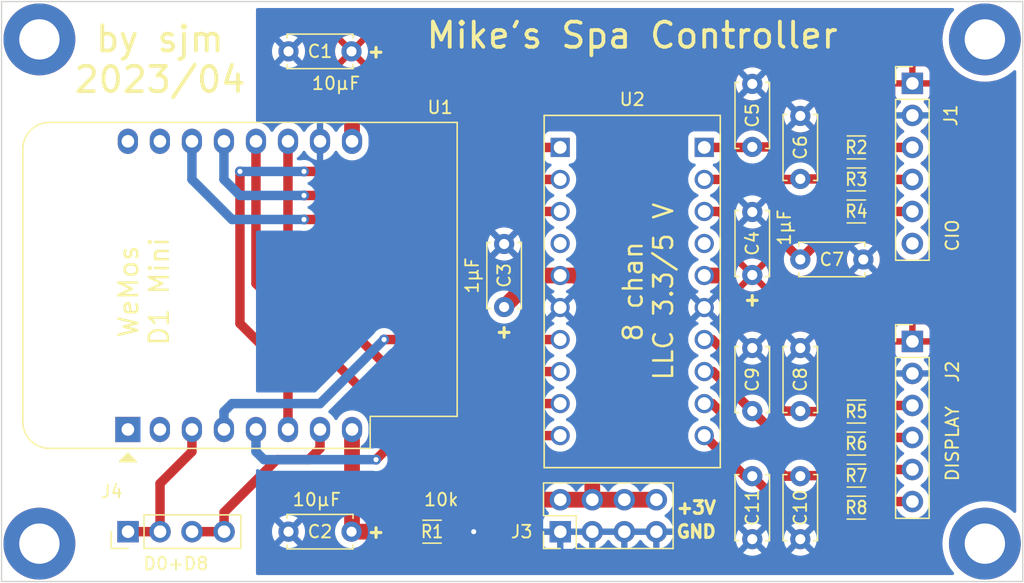
<source format=kicad_pcb>
(kicad_pcb (version 20211014) (generator pcbnew)
  (layers (0 "F.Cu" signal) (31 "B.Cu" signal) (36 "B.SilkS" user "B.Silkscreen") (37 "F.SilkS" user "F.Silkscreen") (38 "B.Mask" user) (39 "F.Mask" user) (44 "Edge.Cuts" user))
  (net 0 "")
  (net 1 "+5V")
  (net 2 "GND")
  (net 3 "+3.3V")
  (net 8 "/DATA")
  (net 9 "/CLK")
  (net 10 "/CS")
  (net 12 "/D_DATA")
  (net 13 "/D_CLK")
  (net 14 "/D_CS")
  (net 15 "/D_AUDIO")
  (net 16 "D0")
  (net 17 "D8")
  (net 20 "/D5")
  (net 21 "D6")
  (net 22 "D7")
  (net 23 "D4")
  (net 24 "D3")
  (net 25 "/D2")
  (net 26 "D1")
  (net 31 "Net-(C5-Pad1)")
  (net 32 "Net-(C6-Pad1)")
  (net 33 "Net-(C7-Pad1)")
  (net 34 "Net-(C8-Pad1)")
  (net 35 "Net-(C9-Pad1)")
  (net 36 "Net-(C10-Pad1)")
  (net 37 "Net-(C11-Pad1)")
  (footprint "Connector_PinHeader_2.54mm:PinHeader_1x06_P2.54mm_Vertical" (layer "F.Cu") (at 107.95 54.76)
    (fp_text reference "J2" (at 3.175 2.39 90) (layer "F.SilkS"))
    (fp_text value "DISPLAY" (at 3.175 8.105 90) (layer "F.SilkS"))
    (fp_line (start -1.33 -1.33) (end 0 -1.33) (layer "F.SilkS") (width 0.12))
    (fp_line (start -1.33 0) (end -1.33 -1.33) (layer "F.SilkS") (width 0.12))
    (fp_line (start -1.33 1.27) (end 1.33 1.27) (layer "F.SilkS") (width 0.12))
    (fp_line (start 1.33 1.27) (end 1.33 14.03) (layer "F.SilkS") (width 0.12))
    (fp_line (start -1.33 1.27) (end -1.33 14.03) (layer "F.SilkS") (width 0.12))
    (fp_line (start -1.33 14.03) (end 1.33 14.03) (layer "F.SilkS") (width 0.12))
    (pad "1" thru_hole rect (at 0 0) (size 1.7 1.7) (drill 1) (layers *.Cu *.Mask) (net 1 "+5V"))
    (pad "2" thru_hole oval (at 0 2.54) (size 1.7 1.7) (drill 1) (layers *.Cu *.Mask) (net 2 "GND"))
    (pad "3" thru_hole oval (at 0 5.08) (size 1.7 1.7) (drill 1) (layers *.Cu *.Mask) (net 12 "/D_DATA"))
    (pad "4" thru_hole oval (at 0 7.62) (size 1.7 1.7) (drill 1) (layers *.Cu *.Mask) (net 13 "/D_CLK"))
    (pad "5" thru_hole oval (at 0 10.16) (size 1.7 1.7) (drill 1) (layers *.Cu *.Mask) (net 14 "/D_CS"))
    (pad "6" thru_hole oval (at 0 12.7) (size 1.7 1.7) (drill 1) (layers *.Cu *.Mask) (net 15 "/D_AUDIO"))
  )
  (footprint "Module:WEMOS_D1_mini_light" (layer "F.Cu") (at 45.72 61.745 90)
    (fp_text reference "U1" (at 25.55 24.765 180) (layer "F.SilkS"))
    (fp_text value "WeMos_D1_mini" hide)
    (fp_line (start 1.04 26.12) (end 24.36 26.12) (layer "F.SilkS") (width 0.12))
    (fp_line (start 1.04 19.22) (end 1.04 26.12) (layer "F.SilkS") (width 0.12))
    (fp_line (start 24.36 26.12) (end 24.36 -6.21) (layer "F.SilkS") (width 0.12))
    (fp_line (start -1.5 19.22) (end -1.5 -6.21) (layer "F.SilkS") (width 0.12))
    (fp_line (start -1.5 19.22) (end 1.04 19.22) (layer "F.SilkS") (width 0.12))
    (fp_line (start 22.24 -8.34) (end 0.63 -8.34) (layer "F.SilkS") (width 0.12))
    (fp_arc (start 22.23 -8.34) (mid 23.736137 -7.716137) (end 24.36 -6.21) (layer "F.SilkS") (width 0.12))
    (fp_arc (start -1.5 -6.21) (mid -0.876137 -7.716137) (end 0.63 -8.34) (layer "F.SilkS") (width 0.12))
    (fp_poly (pts (xy -2.54 -0.635) (xy -2.54 0.635) (xy -1.905 0)) (layer "F.SilkS") (width 0.15) (fill solid))
    (pad "1" thru_hole rect (at 0 0 90) (size 2 2) (drill 1) (layers *.Cu *.Mask))
    (pad "2" thru_hole oval (at 0 2.54 90) (size 2 1.6) (drill 1) (layers *.Cu *.Mask))
    (pad "3" thru_hole oval (at 0 5.08 90) (size 2 1.6) (drill 1) (layers *.Cu *.Mask) (net 16 "D0"))
    (pad "4" thru_hole oval (at 0 7.62 90) (size 2 1.6) (drill 1) (layers *.Cu *.Mask) (net 20 "/D5"))
    (pad "5" thru_hole oval (at 0 10.16 90) (size 2 1.6) (drill 1) (layers *.Cu *.Mask) (net 21 "D6"))
    (pad "6" thru_hole oval (at 0 12.7 90) (size 2 1.6) (drill 1) (layers *.Cu *.Mask) (net 22 "D7"))
    (pad "7" thru_hole oval (at 0 15.24 90) (size 2 1.6) (drill 1) (layers *.Cu *.Mask) (net 17 "D8"))
    (pad "8" thru_hole oval (at 0 17.78 90) (size 2 1.6) (drill 1) (layers *.Cu *.Mask) (net 3 "+3.3V"))
    (pad "9" thru_hole oval (at 22.86 17.78 90) (size 2 1.6) (drill 1) (layers *.Cu *.Mask) (net 1 "+5V"))
    (pad "10" thru_hole oval (at 22.86 15.24 90) (size 2 1.6) (drill 1) (layers *.Cu *.Mask) (net 2 "GND"))
    (pad "11" thru_hole oval (at 22.86 12.7 90) (size 2 1.6) (drill 1) (layers *.Cu *.Mask) (net 23 "D4"))
    (pad "12" thru_hole oval (at 22.86 10.16 90) (size 2 1.6) (drill 1) (layers *.Cu *.Mask) (net 24 "D3"))
    (pad "13" thru_hole oval (at 22.86 7.62 90) (size 2 1.6) (drill 1) (layers *.Cu *.Mask) (net 25 "/D2"))
    (pad "14" thru_hole oval (at 22.86 5.08 90) (size 2 1.6) (drill 1) (layers *.Cu *.Mask) (net 26 "D1"))
    (pad "15" thru_hole oval (at 22.86 2.54 90) (size 2 1.6) (drill 1) (layers *.Cu *.Mask))
    (pad "16" thru_hole oval (at 22.86 0 90) (size 2 1.6) (drill 1) (layers *.Cu *.Mask))
  )
  (footprint "Resistor_SMD:R_1206_3216Metric_Pad1.30x1.75mm_HandSolder" (layer "F.Cu") (at 69.85 69.85)
    (fp_text reference "R1" (at 0 0) (layer "F.SilkS") (effects (font (size 1 0.9))))
    (fp_text value "10k" (at 0.727064 -2.54) (layer "F.SilkS"))
    (fp_line (start -0.727064 0.91) (end 0.727064 0.91) (layer "F.SilkS") (width 0.12))
    (fp_line (start -0.727064 -0.91) (end 0.727064 -0.91) (layer "F.SilkS") (width 0.12))
    (pad "1" smd roundrect (at -1.55 0) (size 1.3 1.75) (layers "F.Cu" "F.Paste" "F.Mask") (roundrect_rratio 0.1923076923) (net 3 "+3.3V"))
    (pad "2" smd roundrect (at 1.55 0) (size 1.3 1.75) (layers "F.Cu" "F.Paste" "F.Mask") (roundrect_rratio 0.1923076923) (net 2 "GND"))
  )
  (footprint "Capacitor_THT:C_Disc_D5.0mm_W2.5mm_P5.00mm" (layer "F.Cu") (at 99.06 48.26)
    (fp_text reference "C7" (at 2.5 0) (layer "F.SilkS"))
    (fp_text value "0.22nF")
    (fp_line (start 5.12 1.055) (end 5.12 1.37) (layer "F.SilkS") (width 0.12))
    (fp_line (start -0.12 -1.37) (end -0.12 -1.055) (layer "F.SilkS") (width 0.12))
    (fp_line (start -0.12 1.055) (end -0.12 1.37) (layer "F.SilkS") (width 0.12))
    (fp_line (start -0.12 -1.37) (end 5.12 -1.37) (layer "F.SilkS") (width 0.12))
    (fp_line (start -0.12 1.37) (end 5.12 1.37) (layer "F.SilkS") (width 0.12))
    (fp_line (start 5.12 -1.37) (end 5.12 -1.055) (layer "F.SilkS") (width 0.12))
    (pad "1" thru_hole circle (at 0 0) (size 1.6 1.6) (drill 0.8) (layers *.Cu *.Mask) (net 33 "Net-(C7-Pad1)"))
    (pad "2" thru_hole circle (at 5 0) (size 1.6 1.6) (drill 0.8) (layers *.Cu *.Mask) (net 2 "GND"))
  )
  (footprint "Resistor_SMD:R_1206_3216Metric_Pad1.30x1.75mm_HandSolder" (layer "F.Cu") (at 103.505 44.45 180)
    (fp_text reference "R4" (at 0 0) (layer "F.SilkS") (effects (font (size 1 0.9))))
    (fp_text value "470")
    (fp_line (start -0.727064 0.91) (end 0.727064 0.91) (layer "F.SilkS") (width 0.12))
    (fp_line (start -0.727064 -0.91) (end 0.727064 -0.91) (layer "F.SilkS") (width 0.12))
    (pad "1" smd roundrect (at -1.55 0 180) (size 1.3 1.75) (layers "F.Cu" "F.Paste" "F.Mask") (roundrect_rratio 0.1923076923) (net 10 "/CS"))
    (pad "2" smd roundrect (at 1.55 0 180) (size 1.3 1.75) (layers "F.Cu" "F.Paste" "F.Mask") (roundrect_rratio 0.1923076923) (net 33 "Net-(C7-Pad1)"))
  )
  (footprint "Capacitor_THT:C_Disc_D5.0mm_W2.5mm_P5.00mm" (layer "F.Cu") (at 95.25 39.33 90)
    (fp_text reference "C5" (at 2.5 0 90) (layer "F.SilkS"))
    (fp_text value "0.22nF")
    (fp_line (start -0.12 -1.37) (end 5.12 -1.37) (layer "F.SilkS") (width 0.12))
    (fp_line (start -0.12 -1.37) (end -0.12 -1.055) (layer "F.SilkS") (width 0.12))
    (fp_line (start -0.12 1.37) (end 5.12 1.37) (layer "F.SilkS") (width 0.12))
    (fp_line (start 5.12 -1.37) (end 5.12 -1.055) (layer "F.SilkS") (width 0.12))
    (fp_line (start 5.12 1.055) (end 5.12 1.37) (layer "F.SilkS") (width 0.12))
    (fp_line (start -0.12 1.055) (end -0.12 1.37) (layer "F.SilkS") (width 0.12))
    (pad "1" thru_hole circle (at 0 0 90) (size 1.6 1.6) (drill 0.8) (layers *.Cu *.Mask) (net 31 "Net-(C5-Pad1)"))
    (pad "2" thru_hole circle (at 5 0 90) (size 1.6 1.6) (drill 0.8) (layers *.Cu *.Mask) (net 2 "GND"))
  )
  (footprint "Capacitor_THT:C_Disc_D5.0mm_W2.5mm_P5.00mm" (layer "F.Cu") (at 63.46 31.75 180)
    (fp_text reference "C1" (at 2.5 0) (layer "F.SilkS"))
    (fp_text value "10µF" (at 1.23 -2.54) (layer "F.SilkS"))
    (fp_line (start -0.12 1.37) (end 5.12 1.37) (layer "F.SilkS") (width 0.12))
    (fp_line (start 5.12 -1.37) (end 5.12 -1.055) (layer "F.SilkS") (width 0.12))
    (fp_line (start -0.12 -1.37) (end 5.12 -1.37) (layer "F.SilkS") (width 0.12))
    (fp_line (start -0.12 1.055) (end -0.12 1.37) (layer "F.SilkS") (width 0.12))
    (fp_line (start 5.12 1.055) (end 5.12 1.37) (layer "F.SilkS") (width 0.12))
    (fp_line (start -0.12 -1.37) (end -0.12 -1.055) (layer "F.SilkS") (width 0.12))
    (pad "1" thru_hole circle (at 0 0 180) (size 1.6 1.6) (drill 0.8) (layers *.Cu *.Mask) (net 1 "+5V"))
    (pad "2" thru_hole circle (at 5 0 180) (size 1.6 1.6) (drill 0.8) (layers *.Cu *.Mask) (net 2 "GND"))
  )
  (footprint "MountingHole:MountingHole_3.2mm_M3_ISO7380_Pad_TopBottom" (layer "F.Cu") (at 113.7 70.8)
    (fp_text reference "H4" hide)
    (fp_text value "Mounting hole" hide)
    (pad "1" thru_hole circle (at 0 0) (size 3.6 3.6) (drill 3.2) (layers *.Cu *.Mask))
    (pad "1" connect circle (at 0 0) (size 5.7 5.7) (layers "F.Cu" "F.Mask"))
    (pad "1" connect circle (at 0 0) (size 5.7 5.7) (layers "B.Cu" "B.Mask"))
  )
  (footprint "00my mods:LLC-8bit" (layer "F.Cu") (at 85.09 50.8)
    (fp_text reference "U2" (at 0.635 -15.24) (layer "F.SilkS"))
    (fp_text value "LLC-8bit")
    (fp_line (start 7.62 13.97) (end -6.35 13.97) (layer "F.SilkS") (width 0.127))
    (fp_line (start 7.62 -13.97) (end 7.62 13.97) (layer "F.SilkS") (width 0.127))
    (fp_line (start -6.35 13.97) (end -6.35 -13.97) (layer "F.SilkS") (width 0.127))
    (fp_line (start -6.35 -13.97) (end 7.62 -13.97) (layer "F.SilkS") (width 0.127))
    (pad "GND_1" thru_hole circle (at -5.08 1.27) (size 1.524 1.524) (drill 1.016) (layers *.Cu *.Mask) (net 2 "GND"))
    (pad "GND_2" thru_hole circle (at 6.35 1.27) (size 1.524 1.524) (drill 1.016) (layers *.Cu *.Mask) (net 2 "GND"))
    (pad "HV" thru_hole circle (at 6.35 -1.27) (size 1.524 1.524) (drill 1.016) (layers *.Cu *.Mask) (net 1 "+5V"))
    (pad "HV1" thru_hole rect (at 6.35 -11.43) (size 1.524 1.524) (drill 1.016) (layers *.Cu *.Mask) (net 31 "Net-(C5-Pad1)"))
    (pad "HV2" thru_hole circle (at 6.35 -8.89) (size 1.524 1.524) (drill 1.016) (layers *.Cu *.Mask) (net 32 "Net-(C6-Pad1)"))
    (pad "HV3" thru_hole circle (at 6.35 -6.35) (size 1.524 1.524) (drill 1.016) (layers *.Cu *.Mask) (net 33 "Net-(C7-Pad1)"))
    (pad "HV4" thru_hole circle (at 6.35 -3.81) (size 1.524 1.524) (drill 1.016) (layers *.Cu *.Mask))
    (pad "HV5" thru_hole circle (at 6.35 3.81) (size 1.524 1.524) (drill 1.016) (layers *.Cu *.Mask) (net 34 "Net-(C8-Pad1)"))
    (pad "HV6" thru_hole circle (at 6.35 6.35) (size 1.524 1.524) (drill 1.016) (layers *.Cu *.Mask) (net 35 "Net-(C9-Pad1)"))
    (pad "HV7" thru_hole circle (at 6.35 8.89) (size 1.524 1.524) (drill 1.016) (layers *.Cu *.Mask) (net 36 "Net-(C10-Pad1)"))
    (pad "HV8" thru_hole circle (at 6.35 11.43) (size 1.524 1.524) (drill 1.016) (layers *.Cu *.Mask) (net 37 "Net-(C11-Pad1)"))
    (pad "LV" thru_hole circle (at -5.08 -1.27) (size 1.524 1.524) (drill 1.016) (layers *.Cu *.Mask) (net 3 "+3.3V"))
    (pad "LV1" thru_hole rect (at -5.08 -11.43) (size 1.524 1.524) (drill 1.016) (layers *.Cu *.Mask) (net 22 "D7"))
    (pad "LV2" thru_hole circle (at -5.08 -8.89) (size 1.524 1.524) (drill 1.016) (layers *.Cu *.Mask) (net 25 "/D2"))
    (pad "LV3" thru_hole circle (at -5.08 -6.35) (size 1.524 1.524) (drill 1.016) (layers *.Cu *.Mask) (net 26 "D1"))
    (pad "LV4" thru_hole circle (at -5.08 -3.81) (size 1.524 1.524) (drill 1.016) (layers *.Cu *.Mask))
    (pad "LV5" thru_hole circle (at -5.08 3.81) (size 1.524 1.524) (drill 1.016) (layers *.Cu *.Mask) (net 20 "/D5"))
    (pad "LV6" thru_hole circle (at -5.08 6.35) (size 1.524 1.524) (drill 1.016) (layers *.Cu *.Mask) (net 23 "D4"))
    (pad "LV7" thru_hole circle (at -5.08 8.89) (size 1.524 1.524) (drill 1.016) (layers *.Cu *.Mask) (net 24 "D3"))
    (pad "LV8" thru_hole circle (at -5.08 11.43) (size 1.524 1.524) (drill 1.016) (layers *.Cu *.Mask) (net 21 "D6"))
  )
  (footprint "Resistor_SMD:R_1206_3216Metric_Pad1.30x1.75mm_HandSolder" (layer "F.Cu") (at 103.505 65.405 180)
    (fp_text reference "R7" (at 0 0) (layer "F.SilkS") (effects (font (size 1 0.9))))
    (fp_text value "470")
    (fp_line (start -0.727064 -0.91) (end 0.727064 -0.91) (layer "F.SilkS") (width 0.12))
    (fp_line (start -0.727064 0.91) (end 0.727064 0.91) (layer "F.SilkS") (width 0.12))
    (pad "1" smd roundrect (at -1.55 0 180) (size 1.3 1.75) (layers "F.Cu" "F.Paste" "F.Mask") (roundrect_rratio 0.1923076923) (net 14 "/D_CS"))
    (pad "2" smd roundrect (at 1.55 0 180) (size 1.3 1.75) (layers "F.Cu" "F.Paste" "F.Mask") (roundrect_rratio 0.1923076923) (net 36 "Net-(C10-Pad1)"))
  )
  (footprint "Capacitor_THT:C_Disc_D5.0mm_W2.5mm_P5.00mm" (layer "F.Cu") (at 95.25 65.445 -90)
    (fp_text reference "C11" (at 2.5 0 90) (layer "F.SilkS"))
    (fp_text value "0.22nF")
    (fp_line (start -0.12 -1.37) (end -0.12 -1.055) (layer "F.SilkS") (width 0.12))
    (fp_line (start -0.12 1.055) (end -0.12 1.37) (layer "F.SilkS") (width 0.12))
    (fp_line (start -0.12 1.37) (end 5.12 1.37) (layer "F.SilkS") (width 0.12))
    (fp_line (start 5.12 1.055) (end 5.12 1.37) (layer "F.SilkS") (width 0.12))
    (fp_line (start 5.12 -1.37) (end 5.12 -1.055) (layer "F.SilkS") (width 0.12))
    (fp_line (start -0.12 -1.37) (end 5.12 -1.37) (layer "F.SilkS") (width 0.12))
    (pad "1" thru_hole circle (at 0 0 270) (size 1.6 1.6) (drill 0.8) (layers *.Cu *.Mask) (net 37 "Net-(C11-Pad1)"))
    (pad "2" thru_hole circle (at 5 0 270) (size 1.6 1.6) (drill 0.8) (layers *.Cu *.Mask) (net 2 "GND"))
  )
  (footprint "Capacitor_THT:C_Disc_D5.0mm_W2.5mm_P5.00mm" (layer "F.Cu") (at 99.06 65.445 -90)
    (fp_text reference "C10" (at 2.5 0 90) (layer "F.SilkS"))
    (fp_text value "0.22nF")
    (fp_line (start -0.12 1.055) (end -0.12 1.37) (layer "F.SilkS") (width 0.12))
    (fp_line (start 5.12 -1.37) (end 5.12 -1.055) (layer "F.SilkS") (width 0.12))
    (fp_line (start -0.12 -1.37) (end -0.12 -1.055) (layer "F.SilkS") (width 0.12))
    (fp_line (start -0.12 1.37) (end 5.12 1.37) (layer "F.SilkS") (width 0.12))
    (fp_line (start 5.12 1.055) (end 5.12 1.37) (layer "F.SilkS") (width 0.12))
    (fp_line (start -0.12 -1.37) (end 5.12 -1.37) (layer "F.SilkS") (width 0.12))
    (pad "1" thru_hole circle (at 0 0 270) (size 1.6 1.6) (drill 0.8) (layers *.Cu *.Mask) (net 36 "Net-(C10-Pad1)"))
    (pad "2" thru_hole circle (at 5 0 270) (size 1.6 1.6) (drill 0.8) (layers *.Cu *.Mask) (net 2 "GND"))
  )
  (footprint "Capacitor_THT:C_Disc_D5.0mm_W2.5mm_P5.00mm" (layer "F.Cu") (at 99.06 60.285 90)
    (fp_text reference "C8" (at 2.5 0 90) (layer "F.SilkS"))
    (fp_text value "0.22nF")
    (fp_line (start 5.12 1.055) (end 5.12 1.37) (layer "F.SilkS") (width 0.12))
    (fp_line (start -0.12 1.37) (end 5.12 1.37) (layer "F.SilkS") (width 0.12))
    (fp_line (start 5.12 -1.37) (end 5.12 -1.055) (layer "F.SilkS") (width 0.12))
    (fp_line (start -0.12 -1.37) (end -0.12 -1.055) (layer "F.SilkS") (width 0.12))
    (fp_line (start -0.12 1.055) (end -0.12 1.37) (layer "F.SilkS") (width 0.12))
    (fp_line (start -0.12 -1.37) (end 5.12 -1.37) (layer "F.SilkS") (width 0.12))
    (pad "1" thru_hole circle (at 0 0 90) (size 1.6 1.6) (drill 0.8) (layers *.Cu *.Mask) (net 34 "Net-(C8-Pad1)"))
    (pad "2" thru_hole circle (at 5 0 90) (size 1.6 1.6) (drill 0.8) (layers *.Cu *.Mask) (net 2 "GND"))
  )
  (footprint "MountingHole:MountingHole_3.2mm_M3_ISO7380_Pad_TopBottom" (layer "F.Cu") (at 38.7 30.8)
    (fp_text reference "H1" hide)
    (fp_text value "Mounting hole" hide)
    (pad "1" connect circle (at 0 0) (size 5.7 5.7) (layers "B.Cu" "B.Mask"))
    (pad "1" connect circle (at 0 0) (size 5.7 5.7) (layers "F.Cu" "F.Mask"))
    (pad "1" thru_hole circle (at 0 0) (size 3.6 3.6) (drill 3.2) (layers *.Cu *.Mask))
  )
  (footprint "MountingHole:MountingHole_3.2mm_M3_ISO7380_Pad_TopBottom" (layer "F.Cu") (at 113.7 30.8)
    (fp_text reference "H2" hide)
    (fp_text value "Mounting hole" hide)
    (pad "1" connect circle (at 0 0) (size 5.7 5.7) (layers "F.Cu" "F.Mask"))
    (pad "1" connect circle (at 0 0) (size 5.7 5.7) (layers "B.Cu" "B.Mask"))
    (pad "1" thru_hole circle (at 0 0) (size 3.6 3.6) (drill 3.2) (layers *.Cu *.Mask))
  )
  (footprint "Resistor_SMD:R_1206_3216Metric_Pad1.30x1.75mm_HandSolder" (layer "F.Cu") (at 103.505 60.325 180)
    (fp_text reference "R5" (at 0 0) (layer "F.SilkS") (effects (font (size 1 0.9))))
    (fp_text value "470")
    (fp_line (start -0.727064 -0.91) (end 0.727064 -0.91) (layer "F.SilkS") (width 0.12))
    (fp_line (start -0.727064 0.91) (end 0.727064 0.91) (layer "F.SilkS") (width 0.12))
    (pad "1" smd roundrect (at -1.55 0 180) (size 1.3 1.75) (layers "F.Cu" "F.Paste" "F.Mask") (roundrect_rratio 0.1923076923) (net 12 "/D_DATA"))
    (pad "2" smd roundrect (at 1.55 0 180) (size 1.3 1.75) (layers "F.Cu" "F.Paste" "F.Mask") (roundrect_rratio 0.1923076923) (net 34 "Net-(C8-Pad1)"))
  )
  (footprint "Connector_PinHeader_2.54mm:PinHeader_1x06_P2.54mm_Vertical" (layer "F.Cu") (at 107.95 34.29)
    (fp_text reference "J1" (at 3.048 2.54 90) (layer "F.SilkS"))
    (fp_text value "CIO" (at 3.175 12.065 90) (layer "F.SilkS"))
    (fp_line (start -1.33 0) (end -1.33 -1.33) (layer "F.SilkS") (width 0.12))
    (fp_line (start -1.33 1.27) (end 1.33 1.27) (layer "F.SilkS") (width 0.12))
    (fp_line (start -1.33 -1.33) (end 0 -1.33) (layer "F.SilkS") (width 0.12))
    (fp_line (start -1.33 1.27) (end -1.33 14.03) (layer "F.SilkS") (width 0.12))
    (fp_line (start 1.33 1.27) (end 1.33 14.03) (layer "F.SilkS") (width 0.12))
    (fp_line (start -1.33 14.03) (end 1.33 14.03) (layer "F.SilkS") (width 0.12))
    (pad "1" thru_hole rect (at 0 0) (size 1.7 1.7) (drill 1) (layers *.Cu *.Mask) (net 1 "+5V"))
    (pad "2" thru_hole oval (at 0 2.54) (size 1.7 1.7) (drill 1) (layers *.Cu *.Mask) (net 2 "GND"))
    (pad "3" thru_hole oval (at 0 5.08) (size 1.7 1.7) (drill 1) (layers *.Cu *.Mask) (net 8 "/DATA"))
    (pad "4" thru_hole oval (at 0 7.62) (size 1.7 1.7) (drill 1) (layers *.Cu *.Mask) (net 9 "/CLK"))
    (pad "5" thru_hole oval (at 0 10.16) (size 1.7 1.7) (drill 1) (layers *.Cu *.Mask) (net 10 "/CS"))
    (pad "6" thru_hole oval (at 0 12.7) (size 1.7 1.7) (drill 1) (layers *.Cu *.Mask))
  )
  (footprint "Resistor_SMD:R_1206_3216Metric_Pad1.30x1.75mm_HandSolder" (layer "F.Cu") (at 103.505 67.945 180)
    (fp_text reference "R8" (at 0 0) (layer "F.SilkS") (effects (font (size 1 0.9))))
    (fp_text value "470")
    (fp_line (start -0.727064 0.91) (end 0.727064 0.91) (layer "F.SilkS") (width 0.12))
    (fp_line (start -0.727064 -0.91) (end 0.727064 -0.91) (layer "F.SilkS") (width 0.12))
    (pad "1" smd roundrect (at -1.55 0 180) (size 1.3 1.75) (layers "F.Cu" "F.Paste" "F.Mask") (roundrect_rratio 0.1923076923) (net 15 "/D_AUDIO"))
    (pad "2" smd roundrect (at 1.55 0 180) (size 1.3 1.75) (layers "F.Cu" "F.Paste" "F.Mask") (roundrect_rratio 0.1923076923) (net 37 "Net-(C11-Pad1)"))
  )
  (footprint "Capacitor_THT:C_Disc_D5.0mm_W2.5mm_P5.00mm" (layer "F.Cu") (at 75.565 52.03 90)
    (fp_text reference "C3" (at 2.5 0 90) (layer "F.SilkS"))
    (fp_text value "1µF" (at 2.5 -2.54 90) (layer "F.SilkS"))
    (fp_line (start -0.12 1.055) (end -0.12 1.37) (layer "F.SilkS") (width 0.12))
    (fp_line (start -0.12 -1.37) (end -0.12 -1.055) (layer "F.SilkS") (width 0.12))
    (fp_line (start 5.12 1.055) (end 5.12 1.37) (layer "F.SilkS") (width 0.12))
    (fp_line (start -0.12 -1.37) (end 5.12 -1.37) (layer "F.SilkS") (width 0.12))
    (fp_line (start -0.12 1.37) (end 5.12 1.37) (layer "F.SilkS") (width 0.12))
    (fp_line (start 5.12 -1.37) (end 5.12 -1.055) (layer "F.SilkS") (width 0.12))
    (pad "1" thru_hole circle (at 0 0 90) (size 1.6 1.6) (drill 0.8) (layers *.Cu *.Mask) (net 3 "+3.3V"))
    (pad "2" thru_hole circle (at 5 0 90) (size 1.6 1.6) (drill 0.8) (layers *.Cu *.Mask) (net 2 "GND"))
  )
  (footprint "Capacitor_THT:C_Disc_D5.0mm_W2.5mm_P5.00mm" (layer "F.Cu") (at 63.46 69.85 180)
    (fp_text reference "C2" (at 2.5 0) (layer "F.SilkS"))
    (fp_text value "10µF" (at 2.754 2.54) (layer "F.SilkS"))
    (fp_line (start -0.12 1.37) (end 5.12 1.37) (layer "F.SilkS") (width 0.12))
    (fp_line (start -0.12 1.055) (end -0.12 1.37) (layer "F.SilkS") (width 0.12))
    (fp_line (start -0.12 -1.37) (end 5.12 -1.37) (layer "F.SilkS") (width 0.12))
    (fp_line (start 5.12 1.055) (end 5.12 1.37) (layer "F.SilkS") (width 0.12))
    (fp_line (start 5.12 -1.37) (end 5.12 -1.055) (layer "F.SilkS") (width 0.12))
    (fp_line (start -0.12 -1.37) (end -0.12 -1.055) (layer "F.SilkS") (width 0.12))
    (pad "1" thru_hole circle (at 0 0 180) (size 1.6 1.6) (drill 0.8) (layers *.Cu *.Mask) (net 3 "+3.3V"))
    (pad "2" thru_hole circle (at 5 0 180) (size 1.6 1.6) (drill 0.8) (layers *.Cu *.Mask) (net 2 "GND"))
  )
  (footprint "Resistor_SMD:R_1206_3216Metric_Pad1.30x1.75mm_HandSolder" (layer "F.Cu") (at 103.505 62.865 180)
    (fp_text reference "R6" (at 0 0) (layer "F.SilkS") (effects (font (size 1 0.9))))
    (fp_text value "470")
    (fp_line (start -0.727064 0.91) (end 0.727064 0.91) (layer "F.SilkS") (width 0.12))
    (fp_line (start -0.727064 -0.91) (end 0.727064 -0.91) (layer "F.SilkS") (width 0.12))
    (pad "1" smd roundrect (at -1.55 0 180) (size 1.3 1.75) (layers "F.Cu" "F.Paste" "F.Mask") (roundrect_rratio 0.1923076923) (net 13 "/D_CLK"))
    (pad "2" smd roundrect (at 1.55 0 180) (size 1.3 1.75) (layers "F.Cu" "F.Paste" "F.Mask") (roundrect_rratio 0.1923076923) (net 35 "Net-(C9-Pad1)"))
  )
  (footprint "Connector_PinHeader_2.54mm:PinHeader_1x04_P2.54mm_Vertical" (layer "F.Cu") (at 45.73 69.85 90)
    (fp_text reference "J4" (at 3.175 -1.28 180) (layer "F.SilkS"))
    (fp_text value "D0+D8" (at -2.54 3.8) (layer "F.SilkS"))
    (fp_line (start -1.33 -1.33) (end 0 -1.33) (layer "F.SilkS") (width 0.12))
    (fp_line (start -1.33 8.95) (end 1.33 8.95) (layer "F.SilkS") (width 0.12))
    (fp_line (start 1.33 1.27) (end 1.33 8.95) (layer "F.SilkS") (width 0.12))
    (fp_line (start -1.33 0) (end -1.33 -1.33) (layer "F.SilkS") (width 0.12))
    (fp_line (start -1.33 1.27) (end 1.33 1.27) (layer "F.SilkS") (width 0.12))
    (fp_line (start -1.33 1.27) (end -1.33 8.95) (layer "F.SilkS") (width 0.12))
    (pad "1" thru_hole rect (at 0 0 90) (size 1.7 1.7) (drill 1) (layers *.Cu *.Mask) (net 16 "D0"))
    (pad "2" thru_hole oval (at 0 2.54 90) (size 1.7 1.7) (drill 1) (layers *.Cu *.Mask) (net 16 "D0"))
    (pad "3" thru_hole oval (at 0 5.08 90) (size 1.7 1.7) (drill 1) (layers *.Cu *.Mask) (net 17 "D8"))
    (pad "4" thru_hole oval (at 0 7.62 90) (size 1.7 1.7) (drill 1) (layers *.Cu *.Mask) (net 17 "D8"))
  )
  (footprint "Connector_PinHeader_2.54mm:PinHeader_2x04_P2.54mm_Vertical" (layer "F.Cu") (at 80.02 69.855 90)
    (fp_text reference "J3" (at 0 -3.058 180) (layer "F.SilkS"))
    (fp_text value "GND+3V" hide)
    (fp_line (start 1.27 -1.33) (end 3.87 -1.33) (layer "F.SilkS") (width 0.12))
    (fp_line (start -1.33 0) (end -1.33 -1.33) (layer "F.SilkS") (width 0.12))
    (fp_line (start -1.33 -1.33) (end 0 -1.33) (layer "F.SilkS") (width 0.12))
    (fp_line (start -1.33 1.27) (end 1.27 1.27) (layer "F.SilkS") (width 0.12))
    (fp_line (start 1.27 1.27) (end 1.27 -1.33) (layer "F.SilkS") (width 0.12))
    (fp_line (start 3.87 -1.33) (end 3.87 8.95) (layer "F.SilkS") (width 0.12))
    (fp_line (start -1.33 1.27) (end -1.33 8.95) (layer "F.SilkS") (width 0.12))
    (fp_line (start -1.33 8.95) (end 3.87 8.95) (layer "F.SilkS") (width 0.12))
    (pad "1" thru_hole rect (at 0 0 90) (size 1.7 1.7) (drill 1) (layers *.Cu *.Mask) (net 2 "GND"))
    (pad "2" thru_hole oval (at 2.54 0 90) (size 1.7 1.7) (drill 1) (layers *.Cu *.Mask) (net 3 "+3.3V"))
    (pad "3" thru_hole oval (at 0 2.54 90) (size 1.7 1.7) (drill 1) (layers *.Cu *.Mask) (net 2 "GND"))
    (pad "4" thru_hole oval (at 2.54 2.54 90) (size 1.7 1.7) (drill 1) (layers *.Cu *.Mask) (net 3 "+3.3V"))
    (pad "5" thru_hole oval (at 0 5.08 90) (size 1.7 1.7) (drill 1) (layers *.Cu *.Mask) (net 2 "GND"))
    (pad "6" thru_hole oval (at 2.54 5.08 90) (size 1.7 1.7) (drill 1) (layers *.Cu *.Mask) (net 3 "+3.3V"))
    (pad "7" thru_hole oval (at 0 7.62 90) (size 1.7 1.7) (drill 1) (layers *.Cu *.Mask) (net 2 "GND"))
    (pad "8" thru_hole oval (at 2.54 7.62 90) (size 1.7 1.7) (drill 1) (layers *.Cu *.Mask) (net 3 "+3.3V"))
  )
  (footprint "Resistor_SMD:R_1206_3216Metric_Pad1.30x1.75mm_HandSolder" (layer "F.Cu") (at 103.505 39.37 180)
    (fp_text reference "R2" (at 0 0) (layer "F.SilkS") (effects (font (size 1 0.9))))
    (fp_text value "470")
    (fp_line (start -0.727064 0.91) (end 0.727064 0.91) (layer "F.SilkS") (width 0.12))
    (fp_line (start -0.727064 -0.91) (end 0.727064 -0.91) (layer "F.SilkS") (width 0.12))
    (pad "1" smd roundrect (at -1.55 0 180) (size 1.3 1.75) (layers "F.Cu" "F.Paste" "F.Mask") (roundrect_rratio 0.1923076923) (net 8 "/DATA"))
    (pad "2" smd roundrect (at 1.55 0 180) (size 1.3 1.75) (layers "F.Cu" "F.Paste" "F.Mask") (roundrect_rratio 0.1923076923) (net 31 "Net-(C5-Pad1)"))
  )
  (footprint "Resistor_SMD:R_1206_3216Metric_Pad1.30x1.75mm_HandSolder" (layer "F.Cu") (at 103.505 41.91 180)
    (fp_text reference "R3" (at 0 0) (layer "F.SilkS") (effects (font (size 1 0.9))))
    (fp_text value "470")
    (fp_line (start -0.727064 -0.91) (end 0.727064 -0.91) (layer "F.SilkS") (width 0.12))
    (fp_line (start -0.727064 0.91) (end 0.727064 0.91) (layer "F.SilkS") (width 0.12))
    (pad "1" smd roundrect (at -1.55 0 180) (size 1.3 1.75) (layers "F.Cu" "F.Paste" "F.Mask") (roundrect_rratio 0.1923076923) (net 9 "/CLK"))
    (pad "2" smd roundrect (at 1.55 0 180) (size 1.3 1.75) (layers "F.Cu" "F.Paste" "F.Mask") (roundrect_rratio 0.1923076923) (net 32 "Net-(C6-Pad1)"))
  )
  (footprint "Capacitor_THT:C_Disc_D5.0mm_W2.5mm_P5.00mm" (layer "F.Cu") (at 95.25 49.49 90)
    (fp_text reference "C4" (at 2.5 0 90) (layer "F.SilkS"))
    (fp_text value "1µF" (at 3.77 2.54 90) (layer "F.SilkS"))
    (fp_line (start 5.12 -1.37) (end 5.12 -1.055) (layer "F.SilkS") (width 0.12))
    (fp_line (start -0.12 -1.37) (end 5.12 -1.37) (layer "F.SilkS") (width 0.12))
    (fp_line (start -0.12 1.37) (end 5.12 1.37) (layer "F.SilkS") (width 0.12))
    (fp_line (start -0.12 1.055) (end -0.12 1.37) (layer "F.SilkS") (width 0.12))
    (fp_line (start -0.12 -1.37) (end -0.12 -1.055) (layer "F.SilkS") (width 0.12))
    (fp_line (start 5.12 1.055) (end 5.12 1.37) (layer "F.SilkS") (width 0.12))
    (pad "1" thru_hole circle (at 0 0 90) (size 1.6 1.6) (drill 0.8) (layers *.Cu *.Mask) (net 1 "+5V"))
    (pad "2" thru_hole circle (at 5 0 90) (size 1.6 1.6) (drill 0.8) (layers *.Cu *.Mask) (net 2 "GND"))
  )
  (footprint "Capacitor_THT:C_Disc_D5.0mm_W2.5mm_P5.00mm" (layer "F.Cu") (at 99.06 41.87 90)
    (fp_text reference "C6" (at 2.5 0 90) (layer "F.SilkS"))
    (fp_text value "0.22nF")
    (fp_line (start -0.12 -1.37) (end -0.12 -1.055) (layer "F.SilkS") (width 0.12))
    (fp_line (start -0.12 -1.37) (end 5.12 -1.37) (layer "F.SilkS") (width 0.12))
    (fp_line (start -0.12 1.37) (end 5.12 1.37) (layer "F.SilkS") (width 0.12))
    (fp_line (start 5.12 -1.37) (end 5.12 -1.055) (layer "F.SilkS") (width 0.12))
    (fp_line (start 5.12 1.055) (end 5.12 1.37) (layer "F.SilkS") (width 0.12))
    (fp_line (start -0.12 1.055) (end -0.12 1.37) (layer "F.SilkS") (width 0.12))
    (pad "1" thru_hole circle (at 0 0 90) (size 1.6 1.6) (drill 0.8) (layers *.Cu *.Mask) (net 32 "Net-(C6-Pad1)"))
    (pad "2" thru_hole circle (at 5 0 90) (size 1.6 1.6) (drill 0.8) (layers *.Cu *.Mask) (net 2 "GND"))
  )
  (footprint "Capacitor_THT:C_Disc_D5.0mm_W2.5mm_P5.00mm" (layer "F.Cu") (at 95.25 60.285 90)
    (fp_text reference "C9" (at 2.5 0 90) (layer "F.SilkS"))
    (fp_text value "0.22nF")
    (fp_line (start -0.12 -1.37) (end -0.12 -1.055) (layer "F.SilkS") (width 0.12))
    (fp_line (start -0.12 1.37) (end 5.12 1.37) (layer "F.SilkS") (width 0.12))
    (fp_line (start -0.12 1.055) (end -0.12 1.37) (layer "F.SilkS") (width 0.12))
    (fp_line (start 5.12 1.055) (end 5.12 1.37) (layer "F.SilkS") (width 0.12))
    (fp_line (start 5.12 -1.37) (end 5.12 -1.055) (layer "F.SilkS") (width 0.12))
    (fp_line (start -0.12 -1.37) (end 5.12 -1.37) (layer "F.SilkS") (width 0.12))
    (pad "1" thru_hole circle (at 0 0 90) (size 1.6 1.6) (drill 0.8) (layers *.Cu *.Mask) (net 35 "Net-(C9-Pad1)"))
    (pad "2" thru_hole circle (at 5 0 90) (size 1.6 1.6) (drill 0.8) (layers *.Cu *.Mask) (net 2 "GND"))
  )
  (footprint "MountingHole:MountingHole_3.2mm_M3_ISO7380_Pad_TopBottom" (layer "F.Cu") (at 38.7 70.8)
    (fp_text reference "H3" hide)
    (fp_text value "Mounting hole" hide)
    (pad "1" thru_hole circle (at 0 0) (size 3.6 3.6) (drill 3.2) (layers *.Cu *.Mask))
    (pad "1" connect circle (at 0 0) (size 5.7 5.7) (layers "B.Cu" "B.Mask"))
    (pad "1" connect circle (at 0 0) (size 5.7 5.7) (layers "F.Cu" "F.Mask"))
  )
  (gr_rect (start 35.7 27.8) (end 116.7 73.8) (layer "Edge.Cuts") (width 0.1) (fill none))
  (gr_text "by sjm\n2023/04" (at 48.26 32.385) (layer "F.SilkS") (effects (font (size 2 2) (thickness 0.3))))
  (gr_text "+" (at 75.565 53.975) (layer "F.SilkS") (effects (font (size 1 1) (thickness 0.25))))
  (gr_text "Mike's Spa Controller" (at 85.725 30.48) (layer "F.SilkS") (effects (font (size 2 2) (thickness 0.3))))
  (gr_text "+" (at 95.25 51.435) (layer "F.SilkS") (effects (font (size 1 1) (thickness 0.25))))
  (gr_text "GND" (at 90.805 69.85) (layer "F.SilkS") (effects (font (size 1 1) (thickness 0.25))))
  (gr_text "+" (at 65.405 31.75) (layer "F.SilkS") (effects (font (size 1 1) (thickness 0.25))))
  (gr_text "WeMos\nD1 Mini" (at 46.99 50.8 90) (layer "F.SilkS") (effects (font (size 1.5 1.5) (thickness 0.2))))
  (gr_text "+" (at 65.405 69.85) (layer "F.SilkS") (effects (font (size 1 1) (thickness 0.25))))
  (gr_text "+3V" (at 90.805 67.945) (layer "F.SilkS") (effects (font (size 1 1) (thickness 0.25))))
  (gr_text "8 chan\nLLC 3.3/5 V" (at 86.995 50.8 90) (layer "F.SilkS") (effects (font (size 1.5 1.5) (thickness 0.2))))
  (segment (start 63.5 38.885) (end 63.5 36.83) (width 1.25) (layer "F.Cu") (net 1))
  (segment (start 91.44 49.53) (end 92.71 49.53) (width 1.25) (layer "F.Cu") (net 1))
  (segment (start 71.4 69.85) (end 73.152 69.85) (width 0.75) (layer "F.Cu") (net 2))
  (via (at 73.152 69.85) (size 0.8) (drill 0.4) (layers "F.Cu" "B.Cu") (net 2))
  (segment (start 68.3 68.86) (end 68.3 69.85) (width 1.25) (layer "F.Cu") (net 3))
  (segment (start 63.46 69.85) (end 68.3 69.85) (width 1.25) (layer "F.Cu") (net 3))
  (segment (start 69.85 67.31) (end 68.3 68.86) (width 1.25) (layer "F.Cu") (net 3))
  (segment (start 78.065 49.53) (end 75.565 52.03) (width 1.25) (layer "F.Cu") (net 3))
  (segment (start 63.5 61.745) (end 63.5 69.81) (width 1.25) (layer "F.Cu") (net 3))
  (segment (start 80.01 49.53) (end 81.28 49.53) (width 1.25) (layer "F.Cu") (net 3))
  (segment (start 80.01 49.53) (end 78.065 49.53) (width 1.25) (layer "F.Cu") (net 3))
  (segment (start 82.56 50.81) (end 82.56 67.315) (width 1.25) (layer "F.Cu") (net 3))
  (segment (start 80.015 67.31) (end 69.85 67.31) (width 1.25) (layer "F.Cu") (net 3))
  (segment (start 81.28 49.53) (end 82.56 50.81) (width 1.25) (layer "F.Cu") (net 3))
  (segment (start 85.1 67.315) (end 87.64 67.315) (width 1.25) (layer "F.Cu") (net 3))
  (segment (start 82.56 67.315) (end 85.1 67.315) (width 1.25) (layer "F.Cu") (net 3))
  (segment (start 80.02 67.315) (end 82.56 67.315) (width 1.25) (layer "F.Cu") (net 3))
  (segment (start 80.02 67.315) (end 80.015 67.31) (width 1.25) (layer "F.Cu") (net 3))
  (segment (start 105.055 39.37) (end 107.95 39.37) (width 0.75) (layer "F.Cu") (net 8))
  (segment (start 105.055 41.91) (end 107.95 41.91) (width 0.75) (layer "F.Cu") (net 9))
  (segment (start 105.055 44.45) (end 107.95 44.45) (width 0.75) (layer "F.Cu") (net 10))
  (segment (start 105.54 59.84) (end 105.055 60.325) (width 0.75) (layer "F.Cu") (net 12))
  (segment (start 107.95 59.84) (end 105.54 59.84) (width 0.75) (layer "F.Cu") (net 12))
  (segment (start 105.54 62.38) (end 105.055 62.865) (width 0.75) (layer "F.Cu") (net 13))
  (segment (start 107.95 62.38) (end 105.54 62.38) (width 0.75) (layer "F.Cu") (net 13))
  (segment (start 105.54 64.92) (end 105.055 65.405) (width 0.75) (layer "F.Cu") (net 14))
  (segment (start 107.95 64.92) (end 105.54 64.92) (width 0.75) (layer "F.Cu") (net 14))
  (segment (start 107.95 67.46) (end 105.54 67.46) (width 0.75) (layer "F.Cu") (net 15))
  (segment (start 105.54 67.46) (end 105.055 67.945) (width 0.75) (layer "F.Cu") (net 15))
  (segment (start 50.8 63.5) (end 50.8 61.745) (width 0.75) (layer "F.Cu") (net 16))
  (segment (start 48.27 66.03) (end 50.8 63.5) (width 0.75) (layer "F.Cu") (net 16))
  (segment (start 45.73 69.85) (end 48.27 69.85) (width 0.75) (layer "F.Cu") (net 16))
  (segment (start 48.27 69.85) (end 48.27 66.03) (width 0.75) (layer "F.Cu") (net 16))
  (segment (start 50.81 69.85) (end 53.35 69.85) (width 0.75) (layer "F.Cu") (net 17))
  (segment (start 53.35 68.316) (end 57.531 64.135) (width 0.75) (layer "F.Cu") (net 17))
  (segment (start 60.96 63.246) (end 60.96 61.745) (width 0.75) (layer "F.Cu") (net 17))
  (segment (start 60.071 64.135) (end 60.96 63.246) (width 0.75) (layer "F.Cu") (net 17))
  (segment (start 53.35 69.85) (end 53.35 68.316) (width 0.75) (layer "F.Cu") (net 17))
  (segment (start 57.531 64.135) (end 60.071 64.135) (width 0.75) (layer "F.Cu") (net 17))
  (segment (start 66.04 54.61) (end 80.01 54.61) (width 0.75) (layer "F.Cu") (net 20))
  (via (at 66.04 54.61) (size 0.8) (drill 0.4) (layers "F.Cu" "B.Cu") (net 20))
  (segment (start 53.34 61.745) (end 53.34 60.325) (width 0.75) (layer "B.Cu") (net 20))
  (segment (start 53.975 59.69) (end 60.96 59.69) (width 0.75) (layer "B.Cu") (net 20))
  (segment (start 60.96 59.69) (end 66.04 54.61) (width 0.75) (layer "B.Cu") (net 20))
  (segment (start 53.34 60.325) (end 53.975 59.69) (width 0.75) (layer "B.Cu") (net 20))
  (segment (start 65.405 64.135) (end 67.31 62.23) (width 0.75) (layer "F.Cu") (net 21))
  (segment (start 67.31 62.23) (end 80.01 62.23) (width 0.75) (layer "F.Cu") (net 21))
  (via (at 65.405 64.135) (size 0.8) (drill 0.4) (layers "F.Cu" "B.Cu") (net 21))
  (segment (start 65.405 64.135) (end 56.515 64.135) (width 0.75) (layer "B.Cu") (net 21))
  (segment (start 56.515 64.135) (end 55.88 63.5) (width 0.75) (layer "B.Cu") (net 21))
  (segment (start 55.88 63.5) (end 55.88 61.745) (width 0.75) (layer "B.Cu") (net 21))
  (segment (start 71.4375 41.275) (end 73.3425 39.37) (width 0.75) (layer "F.Cu") (net 22))
  (segment (start 58.42 57.15) (end 54.61 53.34) (width 0.75) (layer "F.Cu") (net 22))
  (segment (start 58.42 57.15) (end 58.42 61.745) (width 0.75) (layer "F.Cu") (net 22))
  (segment (start 73.3425 39.37) (end 80.01 39.37) (width 0.75) (layer "F.Cu") (net 22))
  (segment (start 59.69 41.275) (end 71.4375 41.275) (width 0.75) (layer "F.Cu") (net 22))
  (segment (start 54.61 53.34) (end 54.61 41.275) (width 0.75) (layer "F.Cu") (net 22))
  (via (at 54.61 41.275) (size 0.8) (drill 0.4) (layers "F.Cu" "B.Cu") (net 22))
  (via (at 59.69 41.275) (size 0.8) (drill 0.4) (layers "F.Cu" "B.Cu") (net 22))
  (segment (start 54.61 41.275) (end 59.69 41.275) (width 0.75) (layer "B.Cu") (net 22))
  (segment (start 58.42 48.895) (end 58.42 38.885) (width 0.75) (layer "F.Cu") (net 23))
  (segment (start 66.675 57.15) (end 58.42 48.895) (width 0.75) (layer "F.Cu") (net 23))
  (segment (start 66.675 57.15) (end 80.01 57.15) (width 0.75) (layer "F.Cu") (net 23))
  (segment (start 65.405 59.69) (end 80.01 59.69) (width 0.75) (layer "F.Cu") (net 24))
  (segment (start 55.88 50.165) (end 55.88 38.885) (width 0.75) (layer "F.Cu") (net 24))
  (segment (start 65.405 59.69) (end 55.88 50.165) (width 0.75) (layer "F.Cu") (net 24))
  (segment (start 59.69 43.18) (end 71.755 43.18) (width 0.75) (layer "F.Cu") (net 25))
  (segment (start 71.755 43.18) (end 73.025 41.91) (width 0.75) (layer "F.Cu") (net 25))
  (segment (start 73.025 41.91) (end 80.01 41.91) (width 0.75) (layer "F.Cu") (net 25))
  (via (at 59.69 43.18) (size 0.8) (drill 0.4) (layers "F.Cu" "B.Cu") (net 25))
  (segment (start 59.69 43.18) (end 54.61 43.18) (width 0.75) (layer "B.Cu") (net 25))
  (segment (start 53.34 41.91) (end 53.34 38.885) (width 0.75) (layer "B.Cu") (net 25))
  (segment (start 54.61 43.18) (end 53.34 41.91) (width 0.75) (layer "B.Cu") (net 25))
  (segment (start 73.025 44.45) (end 80.01 44.45) (width 0.75) (layer "F.Cu") (net 26))
  (segment (start 59.69 45.085) (end 72.39 45.085) (width 0.75) (layer "F.Cu") (net 26))
  (segment (start 72.39 45.085) (end 73.025 44.45) (width 0.75) (layer "F.Cu") (net 26))
  (via (at 59.69 45.085) (size 0.8) (drill 0.4) (layers "F.Cu" "B.Cu") (net 26))
  (segment (start 59.69 45.085) (end 53.975 45.085) (width 0.75) (layer "B.Cu") (net 26))
  (segment (start 53.975 45.085) (end 50.8 41.91) (width 0.75) (layer "B.Cu") (net 26))
  (segment (start 50.8 41.91) (end 50.8 38.885) (width 0.75) (layer "B.Cu") (net 26))
  (segment (start 91.44 39.37) (end 95.21 39.37) (width 0.75) (layer "F.Cu") (net 31))
  (segment (start 95.21 39.37) (end 95.25 39.33) (width 0.75) (layer "F.Cu") (net 31))
  (segment (start 101.915 39.33) (end 101.955 39.37) (width 0.75) (layer "F.Cu") (net 31))
  (segment (start 95.25 39.33) (end 101.915 39.33) (width 0.75) (layer "F.Cu") (net 31))
  (segment (start 101.915 41.87) (end 101.955 41.91) (width 0.75) (layer "F.Cu") (net 32))
  (segment (start 99.02 41.91) (end 99.06 41.87) (width 0.75) (layer "F.Cu") (net 32))
  (segment (start 91.44 41.91) (end 99.02 41.91) (width 0.75) (layer "F.Cu") (net 32))
  (segment (start 99.06 41.87) (end 101.915 41.87) (width 0.75) (layer "F.Cu") (net 32))
  (segment (start 101.955 44.45) (end 101.955 45.365) (width 0.75) (layer "F.Cu") (net 33))
  (segment (start 97.79 46.99) (end 99.06 48.26) (width 0.75) (layer "F.Cu") (net 33))
  (segment (start 91.44 44.45) (end 92.670228 44.45) (width 0.75) (layer "F.Cu") (net 33))
  (segment (start 95.210228 46.99) (end 97.79 46.99) (width 0.75) (layer "F.Cu") (net 33))
  (segment (start 92.670228 44.45) (end 95.210228 46.99) (width 0.75) (layer "F.Cu") (net 33))
  (segment (start 101.955 45.365) (end 99.06 48.26) (width 0.75) (layer "F.Cu") (net 33))
  (segment (start 101.955 60.325) (end 99.1 60.325) (width 0.75) (layer "F.Cu") (net 34))
  (segment (start 97.75 60.285) (end 92.075 54.61) (width 0.75) (layer "F.Cu") (net 34))
  (segment (start 99.06 60.285) (end 97.75 60.285) (width 0.75) (layer "F.Cu") (net 34))
  (segment (start 99.1 60.325) (end 99.06 60.285) (width 0.75) (layer "F.Cu") (net 34))
  (segment (start 101.955 62.865) (end 97.83 62.865) (width 0.75) (layer "F.Cu") (net 35))
  (segment (start 95.25 60.285) (end 92.115 57.15) (width 0.75) (layer "F.Cu") (net 35))
  (segment (start 92.115 57.15) (end 91.44 57.15) (width 0.75) (layer "F.Cu") (net 35))
  (segment (start 97.83 62.865) (end 95.25 60.285) (width 0.75) (layer "F.Cu") (net 35))
  (segment (start 97.83 65.445) (end 92.075 59.69) (width 0.75) (layer "F.Cu") (net 36))
  (segment (start 99.06 65.445) (end 97.83 65.445) (width 0.75) (layer "F.Cu") (net 36))
  (segment (start 101.955 65.405) (end 99.1 65.405) (width 0.75) (layer "F.Cu") (net 36))
  (segment (start 92.075 59.69) (end 91.44 59.69) (width 0.75) (layer "F.Cu") (net 36))
  (segment (start 99.1 65.405) (end 99.06 65.445) (width 0.75) (layer "F.Cu") (net 36))
  (segment (start 94.655 65.445) (end 91.44 62.23) (width 0.75) (layer "F.Cu") (net 37))
  (segment (start 101.955 67.945) (end 97.75 67.945) (width 0.75) (layer "F.Cu") (net 37))
  (segment (start 95.25 65.445) (end 94.655 65.445) (width 0.75) (layer "F.Cu") (net 37))
  (segment (start 97.75 67.945) (end 95.25 65.445) (width 0.75) (layer "F.Cu") (net 37))
  (zone (net 1) (net_name "+5V") (layer "F.Cu") (connect_pads (clearance 0.508)) (min_thickness 0.254) (fill yes (thermal_gap 0.508) (thermal_bridge_width 0.508))
    (polygon (pts (xy 114.681 55.88) (xy 92.71 55.88) (xy 92.71 37.465) (xy 60.96 37.465) (xy 60.96 29.845) (xy 114.681 29.845)))
  )
  (zone (net 2) (net_name "GND") (layer "B.Cu") (connect_pads (clearance 0.508)) (min_thickness 0.254) (fill yes (thermal_gap 0.508) (thermal_bridge_width 0.508))
    (polygon (pts (xy 116.586 73.66) (xy 55.88 73.66) (xy 55.88 27.94) (xy 116.586 27.94)))
  )
)
</source>
